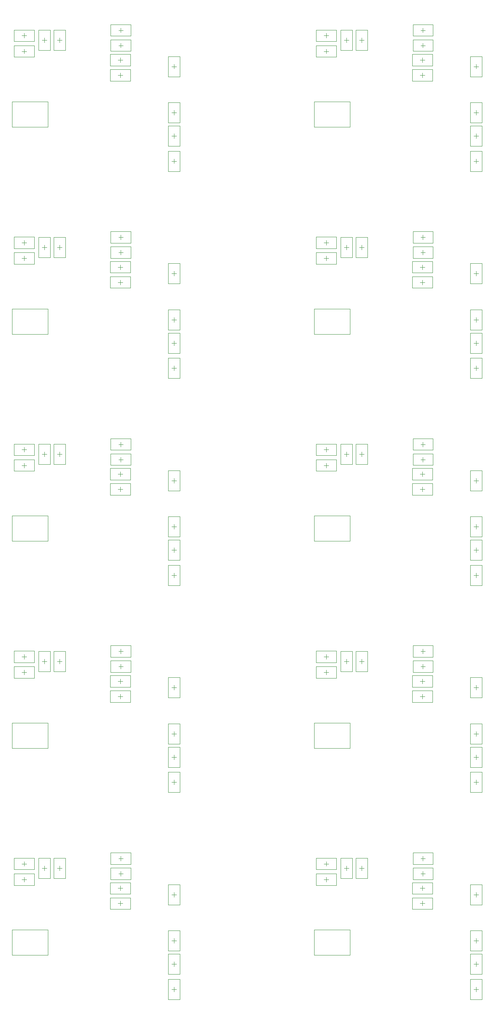
<source format=gbr>
%TF.GenerationSoftware,Altium Limited,Altium Designer,23.9.2 (47)*%
G04 Layer_Color=32768*
%FSLAX45Y45*%
%MOMM*%
%TF.SameCoordinates,AD479AB8-1AF9-481E-9C01-A3E3F564F201*%
%TF.FilePolarity,Positive*%
%TF.FileFunction,Other,Mechanical_15*%
%TF.Part,CustomerPanel*%
G01*
G75*
%TA.AperFunction,NonConductor*%
%ADD54C,0.10000*%
%ADD55C,0.05000*%
D54*
X9906800Y11620500D02*
X10006800D01*
X9956800Y11570500D02*
Y11670500D01*
X10081800Y11400500D02*
Y11840500D01*
X9831800Y11400500D02*
Y11840500D01*
X10081800D01*
X9831800Y11400500D02*
X10081800D01*
X9576600Y11620500D02*
X9676600D01*
X9626600Y11570500D02*
Y11670500D01*
X9751600Y11400500D02*
Y11840500D01*
X9501600Y11400500D02*
Y11840500D01*
X9751600D01*
X9501600Y11400500D02*
X9751600D01*
X9182100Y11670500D02*
Y11770500D01*
X9132100Y11720500D02*
X9232100D01*
X8962100Y11845500D02*
X9402100D01*
X8962100Y11595500D02*
X9402100D01*
X8962100D02*
Y11845500D01*
X9402100Y11595500D02*
Y11845500D01*
X9182100Y11329200D02*
Y11429200D01*
X9132100Y11379200D02*
X9232100D01*
X8962100Y11504200D02*
X9402100D01*
X8962100Y11254200D02*
X9402100D01*
X8962100D02*
Y11504200D01*
X9402100Y11254200D02*
Y11504200D01*
X12396000Y8991600D02*
X12496000D01*
X12446000Y8941600D02*
Y9041600D01*
X12321000Y8771600D02*
Y9211600D01*
X12571000Y8771600D02*
Y9211600D01*
X12321000Y8771600D02*
X12571000D01*
X12321000Y9211600D02*
X12571000D01*
X12396000Y10045700D02*
X12496000D01*
X12446000Y9995700D02*
Y10095700D01*
X12571000Y9825700D02*
Y10265700D01*
X12321000Y9825700D02*
Y10265700D01*
X12571000D01*
X12321000Y9825700D02*
X12571000D01*
X12396000Y11049000D02*
X12496000D01*
X12446000Y10999000D02*
Y11099000D01*
X12321000Y10829000D02*
Y11269000D01*
X12571000Y10829000D02*
Y11269000D01*
X12321000Y10829000D02*
X12571000D01*
X12321000Y11269000D02*
X12571000D01*
X11279200Y10808500D02*
Y10908500D01*
X11229200Y10858500D02*
X11329200D01*
X11059200Y10983500D02*
X11499200D01*
X11059200Y10733500D02*
X11499200D01*
X11059200D02*
Y10983500D01*
X11499200Y10733500D02*
Y10983500D01*
Y11063700D02*
Y11313700D01*
X11059200Y11063700D02*
Y11313700D01*
Y11063700D02*
X11499200D01*
X11059200Y11313700D02*
X11499200D01*
X11229200Y11188700D02*
X11329200D01*
X11279200Y11138700D02*
Y11238700D01*
X11068700Y11381200D02*
Y11631200D01*
X11508700Y11381200D02*
Y11631200D01*
X11068700D02*
X11508700D01*
X11068700Y11381200D02*
X11508700D01*
X11238700Y11506200D02*
X11338700D01*
X11288700Y11456200D02*
Y11556200D01*
X11068700Y11711400D02*
Y11961400D01*
X11508700Y11711400D02*
Y11961400D01*
X11068700D02*
X11508700D01*
X11068700Y11711400D02*
X11508700D01*
X11238700Y11836400D02*
X11338700D01*
X11288700Y11786400D02*
Y11886400D01*
X12396000Y9537700D02*
X12496000D01*
X12446000Y9487700D02*
Y9587700D01*
X12321000Y9317700D02*
Y9757700D01*
X12571000Y9317700D02*
Y9757700D01*
X12321000D02*
X12571000D01*
X12321000Y9317700D02*
X12571000D01*
X16477400Y11620500D02*
X16577400D01*
X16527400Y11570500D02*
Y11670500D01*
X16652400Y11400500D02*
Y11840500D01*
X16402400Y11400500D02*
Y11840500D01*
X16652400D01*
X16402400Y11400500D02*
X16652400D01*
X16147200Y11620500D02*
X16247200D01*
X16197200Y11570500D02*
Y11670500D01*
X16322200Y11400500D02*
Y11840500D01*
X16072200Y11400500D02*
Y11840500D01*
X16322200D01*
X16072200Y11400500D02*
X16322200D01*
X15752699Y11670500D02*
Y11770500D01*
X15702699Y11720500D02*
X15802699D01*
X15532700Y11845500D02*
X15972701D01*
X15532700Y11595500D02*
X15972701D01*
X15532700D02*
Y11845500D01*
X15972701Y11595500D02*
Y11845500D01*
X15752699Y11329200D02*
Y11429200D01*
X15702699Y11379200D02*
X15802699D01*
X15532700Y11504200D02*
X15972701D01*
X15532700Y11254200D02*
X15972701D01*
X15532700D02*
Y11504200D01*
X15972701Y11254200D02*
Y11504200D01*
X18966600Y8991600D02*
X19066600D01*
X19016600Y8941600D02*
Y9041600D01*
X18891600Y8771600D02*
Y9211600D01*
X19141600Y8771600D02*
Y9211600D01*
X18891600Y8771600D02*
X19141600D01*
X18891600Y9211600D02*
X19141600D01*
X18966600Y10045700D02*
X19066600D01*
X19016600Y9995700D02*
Y10095700D01*
X19141600Y9825700D02*
Y10265700D01*
X18891600Y9825700D02*
Y10265700D01*
X19141600D01*
X18891600Y9825700D02*
X19141600D01*
X18966600Y11049000D02*
X19066600D01*
X19016600Y10999000D02*
Y11099000D01*
X18891600Y10829000D02*
Y11269000D01*
X19141600Y10829000D02*
Y11269000D01*
X18891600Y10829000D02*
X19141600D01*
X18891600Y11269000D02*
X19141600D01*
X17849800Y10808500D02*
Y10908500D01*
X17799800Y10858500D02*
X17899800D01*
X17629800Y10983500D02*
X18069800D01*
X17629800Y10733500D02*
X18069800D01*
X17629800D02*
Y10983500D01*
X18069800Y10733500D02*
Y10983500D01*
Y11063700D02*
Y11313700D01*
X17629800Y11063700D02*
Y11313700D01*
Y11063700D02*
X18069800D01*
X17629800Y11313700D02*
X18069800D01*
X17799800Y11188700D02*
X17899800D01*
X17849800Y11138700D02*
Y11238700D01*
X17639301Y11381200D02*
Y11631200D01*
X18079300Y11381200D02*
Y11631200D01*
X17639301D02*
X18079300D01*
X17639301Y11381200D02*
X18079300D01*
X17809300Y11506200D02*
X17909300D01*
X17859300Y11456200D02*
Y11556200D01*
X17639301Y11711400D02*
Y11961400D01*
X18079300Y11711400D02*
Y11961400D01*
X17639301D02*
X18079300D01*
X17639301Y11711400D02*
X18079300D01*
X17809300Y11836400D02*
X17909300D01*
X17859300Y11786400D02*
Y11886400D01*
X18966600Y9537700D02*
X19066600D01*
X19016600Y9487700D02*
Y9587700D01*
X18891600Y9317700D02*
Y9757700D01*
X19141600Y9317700D02*
Y9757700D01*
X18891600D02*
X19141600D01*
X18891600Y9317700D02*
X19141600D01*
X9906800Y16121001D02*
X10006800D01*
X9956800Y16071001D02*
Y16171001D01*
X10081800Y15900999D02*
Y16341000D01*
X9831800Y15900999D02*
Y16341000D01*
X10081800D01*
X9831800Y15900999D02*
X10081800D01*
X9576600Y16121001D02*
X9676600D01*
X9626600Y16071001D02*
Y16171001D01*
X9751600Y15900999D02*
Y16341000D01*
X9501600Y15900999D02*
Y16341000D01*
X9751600D01*
X9501600Y15900999D02*
X9751600D01*
X9182100Y16171001D02*
Y16271001D01*
X9132100Y16221001D02*
X9232100D01*
X8962100Y16346001D02*
X9402100D01*
X8962100Y16096001D02*
X9402100D01*
X8962100D02*
Y16346001D01*
X9402100Y16096001D02*
Y16346001D01*
X9182100Y15829700D02*
Y15929700D01*
X9132100Y15879700D02*
X9232100D01*
X8962100Y16004700D02*
X9402100D01*
X8962100Y15754700D02*
X9402100D01*
X8962100D02*
Y16004700D01*
X9402100Y15754700D02*
Y16004700D01*
X12396000Y13492101D02*
X12496000D01*
X12446000Y13442101D02*
Y13542101D01*
X12321000Y13272099D02*
Y13712100D01*
X12571000Y13272099D02*
Y13712100D01*
X12321000Y13272099D02*
X12571000D01*
X12321000Y13712100D02*
X12571000D01*
X12396000Y14546201D02*
X12496000D01*
X12446000Y14496201D02*
Y14596201D01*
X12571000Y14326199D02*
Y14766200D01*
X12321000Y14326199D02*
Y14766200D01*
X12571000D01*
X12321000Y14326199D02*
X12571000D01*
X12396000Y15549500D02*
X12496000D01*
X12446000Y15499500D02*
Y15599500D01*
X12321000Y15329500D02*
Y15769501D01*
X12571000Y15329500D02*
Y15769501D01*
X12321000Y15329500D02*
X12571000D01*
X12321000Y15769501D02*
X12571000D01*
X11279200Y15309000D02*
Y15409000D01*
X11229200Y15359000D02*
X11329200D01*
X11059200Y15484000D02*
X11499200D01*
X11059200Y15234000D02*
X11499200D01*
X11059200D02*
Y15484000D01*
X11499200Y15234000D02*
Y15484000D01*
Y15564200D02*
Y15814200D01*
X11059200Y15564200D02*
Y15814200D01*
Y15564200D02*
X11499200D01*
X11059200Y15814200D02*
X11499200D01*
X11229200Y15689200D02*
X11329200D01*
X11279200Y15639200D02*
Y15739200D01*
X11068700Y15881700D02*
Y16131700D01*
X11508700Y15881700D02*
Y16131700D01*
X11068700D02*
X11508700D01*
X11068700Y15881700D02*
X11508700D01*
X11238700Y16006700D02*
X11338700D01*
X11288700Y15956700D02*
Y16056700D01*
X11068700Y16211900D02*
Y16461900D01*
X11508700Y16211900D02*
Y16461900D01*
X11068700D02*
X11508700D01*
X11068700Y16211900D02*
X11508700D01*
X11238700Y16336900D02*
X11338700D01*
X11288700Y16286900D02*
Y16386900D01*
X12396000Y14038200D02*
X12496000D01*
X12446000Y13988200D02*
Y14088200D01*
X12321000Y13818201D02*
Y14258200D01*
X12571000Y13818201D02*
Y14258200D01*
X12321000D02*
X12571000D01*
X12321000Y13818201D02*
X12571000D01*
X16477400Y16121001D02*
X16577400D01*
X16527400Y16071001D02*
Y16171001D01*
X16652400Y15900999D02*
Y16341000D01*
X16402400Y15900999D02*
Y16341000D01*
X16652400D01*
X16402400Y15900999D02*
X16652400D01*
X16147200Y16121001D02*
X16247200D01*
X16197200Y16071001D02*
Y16171001D01*
X16322200Y15900999D02*
Y16341000D01*
X16072200Y15900999D02*
Y16341000D01*
X16322200D01*
X16072200Y15900999D02*
X16322200D01*
X15752699Y16171001D02*
Y16271001D01*
X15702699Y16221001D02*
X15802699D01*
X15532700Y16346001D02*
X15972701D01*
X15532700Y16096001D02*
X15972701D01*
X15532700D02*
Y16346001D01*
X15972701Y16096001D02*
Y16346001D01*
X15752699Y15829700D02*
Y15929700D01*
X15702699Y15879700D02*
X15802699D01*
X15532700Y16004700D02*
X15972701D01*
X15532700Y15754700D02*
X15972701D01*
X15532700D02*
Y16004700D01*
X15972701Y15754700D02*
Y16004700D01*
X18966600Y13492101D02*
X19066600D01*
X19016600Y13442101D02*
Y13542101D01*
X18891600Y13272099D02*
Y13712100D01*
X19141600Y13272099D02*
Y13712100D01*
X18891600Y13272099D02*
X19141600D01*
X18891600Y13712100D02*
X19141600D01*
X18966600Y14546201D02*
X19066600D01*
X19016600Y14496201D02*
Y14596201D01*
X19141600Y14326199D02*
Y14766200D01*
X18891600Y14326199D02*
Y14766200D01*
X19141600D01*
X18891600Y14326199D02*
X19141600D01*
X18966600Y15549500D02*
X19066600D01*
X19016600Y15499500D02*
Y15599500D01*
X18891600Y15329500D02*
Y15769501D01*
X19141600Y15329500D02*
Y15769501D01*
X18891600Y15329500D02*
X19141600D01*
X18891600Y15769501D02*
X19141600D01*
X17849800Y15309000D02*
Y15409000D01*
X17799800Y15359000D02*
X17899800D01*
X17629800Y15484000D02*
X18069800D01*
X17629800Y15234000D02*
X18069800D01*
X17629800D02*
Y15484000D01*
X18069800Y15234000D02*
Y15484000D01*
Y15564200D02*
Y15814200D01*
X17629800Y15564200D02*
Y15814200D01*
Y15564200D02*
X18069800D01*
X17629800Y15814200D02*
X18069800D01*
X17799800Y15689200D02*
X17899800D01*
X17849800Y15639200D02*
Y15739200D01*
X17639301Y15881700D02*
Y16131700D01*
X18079300Y15881700D02*
Y16131700D01*
X17639301D02*
X18079300D01*
X17639301Y15881700D02*
X18079300D01*
X17809300Y16006700D02*
X17909300D01*
X17859300Y15956700D02*
Y16056700D01*
X17639301Y16211900D02*
Y16461900D01*
X18079300Y16211900D02*
Y16461900D01*
X17639301D02*
X18079300D01*
X17639301Y16211900D02*
X18079300D01*
X17809300Y16336900D02*
X17909300D01*
X17859300Y16286900D02*
Y16386900D01*
X18966600Y14038200D02*
X19066600D01*
X19016600Y13988200D02*
Y14088200D01*
X18891600Y13818201D02*
Y14258200D01*
X19141600Y13818201D02*
Y14258200D01*
X18891600D02*
X19141600D01*
X18891600Y13818201D02*
X19141600D01*
X9906800Y20621500D02*
X10006800D01*
X9956800Y20571500D02*
Y20671500D01*
X10081800Y20401500D02*
Y20841499D01*
X9831800Y20401500D02*
Y20841499D01*
X10081800D01*
X9831800Y20401500D02*
X10081800D01*
X9576600Y20621500D02*
X9676600D01*
X9626600Y20571500D02*
Y20671500D01*
X9751600Y20401500D02*
Y20841499D01*
X9501600Y20401500D02*
Y20841499D01*
X9751600D01*
X9501600Y20401500D02*
X9751600D01*
X9182100Y20671500D02*
Y20771500D01*
X9132100Y20721500D02*
X9232100D01*
X8962100Y20846500D02*
X9402100D01*
X8962100Y20596500D02*
X9402100D01*
X8962100D02*
Y20846500D01*
X9402100Y20596500D02*
Y20846500D01*
X9182100Y20330200D02*
Y20430200D01*
X9132100Y20380200D02*
X9232100D01*
X8962100Y20505200D02*
X9402100D01*
X8962100Y20255200D02*
X9402100D01*
X8962100D02*
Y20505200D01*
X9402100Y20255200D02*
Y20505200D01*
X12396000Y17992599D02*
X12496000D01*
X12446000Y17942599D02*
Y18042599D01*
X12321000Y17772600D02*
Y18212601D01*
X12571000Y17772600D02*
Y18212601D01*
X12321000Y17772600D02*
X12571000D01*
X12321000Y18212601D02*
X12571000D01*
X12396000Y19046700D02*
X12496000D01*
X12446000Y18996700D02*
Y19096700D01*
X12571000Y18826700D02*
Y19266701D01*
X12321000Y18826700D02*
Y19266701D01*
X12571000D01*
X12321000Y18826700D02*
X12571000D01*
X12396000Y20050000D02*
X12496000D01*
X12446000Y20000000D02*
Y20100000D01*
X12321000Y19830000D02*
Y20270000D01*
X12571000Y19830000D02*
Y20270000D01*
X12321000Y19830000D02*
X12571000D01*
X12321000Y20270000D02*
X12571000D01*
X11279200Y19809500D02*
Y19909500D01*
X11229200Y19859500D02*
X11329200D01*
X11059200Y19984500D02*
X11499200D01*
X11059200Y19734500D02*
X11499200D01*
X11059200D02*
Y19984500D01*
X11499200Y19734500D02*
Y19984500D01*
Y20064700D02*
Y20314700D01*
X11059200Y20064700D02*
Y20314700D01*
Y20064700D02*
X11499200D01*
X11059200Y20314700D02*
X11499200D01*
X11229200Y20189700D02*
X11329200D01*
X11279200Y20139700D02*
Y20239700D01*
X11068700Y20382201D02*
Y20632201D01*
X11508700Y20382201D02*
Y20632201D01*
X11068700D02*
X11508700D01*
X11068700Y20382201D02*
X11508700D01*
X11238700Y20507201D02*
X11338700D01*
X11288700Y20457201D02*
Y20557201D01*
X11068700Y20712399D02*
Y20962399D01*
X11508700Y20712399D02*
Y20962399D01*
X11068700D02*
X11508700D01*
X11068700Y20712399D02*
X11508700D01*
X11238700Y20837399D02*
X11338700D01*
X11288700Y20787399D02*
Y20887399D01*
X12396000Y18538699D02*
X12496000D01*
X12446000Y18488699D02*
Y18588699D01*
X12321000Y18318700D02*
Y18758701D01*
X12571000Y18318700D02*
Y18758701D01*
X12321000D02*
X12571000D01*
X12321000Y18318700D02*
X12571000D01*
X16477400Y20621500D02*
X16577400D01*
X16527400Y20571500D02*
Y20671500D01*
X16652400Y20401500D02*
Y20841499D01*
X16402400Y20401500D02*
Y20841499D01*
X16652400D01*
X16402400Y20401500D02*
X16652400D01*
X16147200Y20621500D02*
X16247200D01*
X16197200Y20571500D02*
Y20671500D01*
X16322200Y20401500D02*
Y20841499D01*
X16072200Y20401500D02*
Y20841499D01*
X16322200D01*
X16072200Y20401500D02*
X16322200D01*
X15752699Y20671500D02*
Y20771500D01*
X15702699Y20721500D02*
X15802699D01*
X15532700Y20846500D02*
X15972701D01*
X15532700Y20596500D02*
X15972701D01*
X15532700D02*
Y20846500D01*
X15972701Y20596500D02*
Y20846500D01*
X15752699Y20330200D02*
Y20430200D01*
X15702699Y20380200D02*
X15802699D01*
X15532700Y20505200D02*
X15972701D01*
X15532700Y20255200D02*
X15972701D01*
X15532700D02*
Y20505200D01*
X15972701Y20255200D02*
Y20505200D01*
X18966600Y17992599D02*
X19066600D01*
X19016600Y17942599D02*
Y18042599D01*
X18891600Y17772600D02*
Y18212601D01*
X19141600Y17772600D02*
Y18212601D01*
X18891600Y17772600D02*
X19141600D01*
X18891600Y18212601D02*
X19141600D01*
X18966600Y19046700D02*
X19066600D01*
X19016600Y18996700D02*
Y19096700D01*
X19141600Y18826700D02*
Y19266701D01*
X18891600Y18826700D02*
Y19266701D01*
X19141600D01*
X18891600Y18826700D02*
X19141600D01*
X18966600Y20050000D02*
X19066600D01*
X19016600Y20000000D02*
Y20100000D01*
X18891600Y19830000D02*
Y20270000D01*
X19141600Y19830000D02*
Y20270000D01*
X18891600Y19830000D02*
X19141600D01*
X18891600Y20270000D02*
X19141600D01*
X17849800Y19809500D02*
Y19909500D01*
X17799800Y19859500D02*
X17899800D01*
X17629800Y19984500D02*
X18069800D01*
X17629800Y19734500D02*
X18069800D01*
X17629800D02*
Y19984500D01*
X18069800Y19734500D02*
Y19984500D01*
Y20064700D02*
Y20314700D01*
X17629800Y20064700D02*
Y20314700D01*
Y20064700D02*
X18069800D01*
X17629800Y20314700D02*
X18069800D01*
X17799800Y20189700D02*
X17899800D01*
X17849800Y20139700D02*
Y20239700D01*
X17639301Y20382201D02*
Y20632201D01*
X18079300Y20382201D02*
Y20632201D01*
X17639301D02*
X18079300D01*
X17639301Y20382201D02*
X18079300D01*
X17809300Y20507201D02*
X17909300D01*
X17859300Y20457201D02*
Y20557201D01*
X17639301Y20712399D02*
Y20962399D01*
X18079300Y20712399D02*
Y20962399D01*
X17639301D02*
X18079300D01*
X17639301Y20712399D02*
X18079300D01*
X17809300Y20837399D02*
X17909300D01*
X17859300Y20787399D02*
Y20887399D01*
X18966600Y18538699D02*
X19066600D01*
X19016600Y18488699D02*
Y18588699D01*
X18891600Y18318700D02*
Y18758701D01*
X19141600Y18318700D02*
Y18758701D01*
X18891600D02*
X19141600D01*
X18891600Y18318700D02*
X19141600D01*
X9906800Y25122000D02*
X10006800D01*
X9956800Y25072000D02*
Y25172000D01*
X10081800Y24902000D02*
Y25342000D01*
X9831800Y24902000D02*
Y25342000D01*
X10081800D01*
X9831800Y24902000D02*
X10081800D01*
X9576600Y25122000D02*
X9676600D01*
X9626600Y25072000D02*
Y25172000D01*
X9751600Y24902000D02*
Y25342000D01*
X9501600Y24902000D02*
Y25342000D01*
X9751600D01*
X9501600Y24902000D02*
X9751600D01*
X9182100Y25172000D02*
Y25272000D01*
X9132100Y25222000D02*
X9232100D01*
X8962100Y25347000D02*
X9402100D01*
X8962100Y25097000D02*
X9402100D01*
X8962100D02*
Y25347000D01*
X9402100Y25097000D02*
Y25347000D01*
X9182100Y24830701D02*
Y24930701D01*
X9132100Y24880701D02*
X9232100D01*
X8962100Y25005701D02*
X9402100D01*
X8962100Y24755701D02*
X9402100D01*
X8962100D02*
Y25005701D01*
X9402100Y24755701D02*
Y25005701D01*
X12396000Y22493100D02*
X12496000D01*
X12446000Y22443100D02*
Y22543100D01*
X12321000Y22273100D02*
Y22713100D01*
X12571000Y22273100D02*
Y22713100D01*
X12321000Y22273100D02*
X12571000D01*
X12321000Y22713100D02*
X12571000D01*
X12396000Y23547200D02*
X12496000D01*
X12446000Y23497200D02*
Y23597200D01*
X12571000Y23327200D02*
Y23767200D01*
X12321000Y23327200D02*
Y23767200D01*
X12571000D01*
X12321000Y23327200D02*
X12571000D01*
X12396000Y24550500D02*
X12496000D01*
X12446000Y24500500D02*
Y24600500D01*
X12321000Y24330499D02*
Y24770500D01*
X12571000Y24330499D02*
Y24770500D01*
X12321000Y24330499D02*
X12571000D01*
X12321000Y24770500D02*
X12571000D01*
X11279200Y24310001D02*
Y24410001D01*
X11229200Y24360001D02*
X11329200D01*
X11059200Y24485001D02*
X11499200D01*
X11059200Y24235001D02*
X11499200D01*
X11059200D02*
Y24485001D01*
X11499200Y24235001D02*
Y24485001D01*
Y24565199D02*
Y24815199D01*
X11059200Y24565199D02*
Y24815199D01*
Y24565199D02*
X11499200D01*
X11059200Y24815199D02*
X11499200D01*
X11229200Y24690199D02*
X11329200D01*
X11279200Y24640199D02*
Y24740199D01*
X11068700Y24882700D02*
Y25132700D01*
X11508700Y24882700D02*
Y25132700D01*
X11068700D02*
X11508700D01*
X11068700Y24882700D02*
X11508700D01*
X11238700Y25007700D02*
X11338700D01*
X11288700Y24957700D02*
Y25057700D01*
X11068700Y25212900D02*
Y25462900D01*
X11508700Y25212900D02*
Y25462900D01*
X11068700D02*
X11508700D01*
X11068700Y25212900D02*
X11508700D01*
X11238700Y25337900D02*
X11338700D01*
X11288700Y25287900D02*
Y25387900D01*
X12396000Y23039200D02*
X12496000D01*
X12446000Y22989200D02*
Y23089200D01*
X12321000Y22819200D02*
Y23259200D01*
X12571000Y22819200D02*
Y23259200D01*
X12321000D02*
X12571000D01*
X12321000Y22819200D02*
X12571000D01*
X16477400Y25122000D02*
X16577400D01*
X16527400Y25072000D02*
Y25172000D01*
X16652400Y24902000D02*
Y25342000D01*
X16402400Y24902000D02*
Y25342000D01*
X16652400D01*
X16402400Y24902000D02*
X16652400D01*
X16147200Y25122000D02*
X16247200D01*
X16197200Y25072000D02*
Y25172000D01*
X16322200Y24902000D02*
Y25342000D01*
X16072200Y24902000D02*
Y25342000D01*
X16322200D01*
X16072200Y24902000D02*
X16322200D01*
X15752699Y25172000D02*
Y25272000D01*
X15702699Y25222000D02*
X15802699D01*
X15532700Y25347000D02*
X15972701D01*
X15532700Y25097000D02*
X15972701D01*
X15532700D02*
Y25347000D01*
X15972701Y25097000D02*
Y25347000D01*
X15752699Y24830701D02*
Y24930701D01*
X15702699Y24880701D02*
X15802699D01*
X15532700Y25005701D02*
X15972701D01*
X15532700Y24755701D02*
X15972701D01*
X15532700D02*
Y25005701D01*
X15972701Y24755701D02*
Y25005701D01*
X18966600Y22493100D02*
X19066600D01*
X19016600Y22443100D02*
Y22543100D01*
X18891600Y22273100D02*
Y22713100D01*
X19141600Y22273100D02*
Y22713100D01*
X18891600Y22273100D02*
X19141600D01*
X18891600Y22713100D02*
X19141600D01*
X18966600Y23547200D02*
X19066600D01*
X19016600Y23497200D02*
Y23597200D01*
X19141600Y23327200D02*
Y23767200D01*
X18891600Y23327200D02*
Y23767200D01*
X19141600D01*
X18891600Y23327200D02*
X19141600D01*
X18966600Y24550500D02*
X19066600D01*
X19016600Y24500500D02*
Y24600500D01*
X18891600Y24330499D02*
Y24770500D01*
X19141600Y24330499D02*
Y24770500D01*
X18891600Y24330499D02*
X19141600D01*
X18891600Y24770500D02*
X19141600D01*
X17849800Y24310001D02*
Y24410001D01*
X17799800Y24360001D02*
X17899800D01*
X17629800Y24485001D02*
X18069800D01*
X17629800Y24235001D02*
X18069800D01*
X17629800D02*
Y24485001D01*
X18069800Y24235001D02*
Y24485001D01*
Y24565199D02*
Y24815199D01*
X17629800Y24565199D02*
Y24815199D01*
Y24565199D02*
X18069800D01*
X17629800Y24815199D02*
X18069800D01*
X17799800Y24690199D02*
X17899800D01*
X17849800Y24640199D02*
Y24740199D01*
X17639301Y24882700D02*
Y25132700D01*
X18079300Y24882700D02*
Y25132700D01*
X17639301D02*
X18079300D01*
X17639301Y24882700D02*
X18079300D01*
X17809300Y25007700D02*
X17909300D01*
X17859300Y24957700D02*
Y25057700D01*
X17639301Y25212900D02*
Y25462900D01*
X18079300Y25212900D02*
Y25462900D01*
X17639301D02*
X18079300D01*
X17639301Y25212900D02*
X18079300D01*
X17809300Y25337900D02*
X17909300D01*
X17859300Y25287900D02*
Y25387900D01*
X18966600Y23039200D02*
X19066600D01*
X19016600Y22989200D02*
Y23089200D01*
X18891600Y22819200D02*
Y23259200D01*
X19141600Y22819200D02*
Y23259200D01*
X18891600D02*
X19141600D01*
X18891600Y22819200D02*
X19141600D01*
X9906800Y29622501D02*
X10006800D01*
X9956800Y29572501D02*
Y29672501D01*
X10081800Y29402499D02*
Y29842499D01*
X9831800Y29402499D02*
Y29842499D01*
X10081800D01*
X9831800Y29402499D02*
X10081800D01*
X9576600Y29622501D02*
X9676600D01*
X9626600Y29572501D02*
Y29672501D01*
X9751600Y29402499D02*
Y29842499D01*
X9501600Y29402499D02*
Y29842499D01*
X9751600D01*
X9501600Y29402499D02*
X9751600D01*
X9182100Y29672501D02*
Y29772501D01*
X9132100Y29722501D02*
X9232100D01*
X8962100Y29847501D02*
X9402100D01*
X8962100Y29597501D02*
X9402100D01*
X8962100D02*
Y29847501D01*
X9402100Y29597501D02*
Y29847501D01*
X9182100Y29331201D02*
Y29431201D01*
X9132100Y29381201D02*
X9232100D01*
X8962100Y29506201D02*
X9402100D01*
X8962100Y29256201D02*
X9402100D01*
X8962100D02*
Y29506201D01*
X9402100Y29256201D02*
Y29506201D01*
X12396000Y26993600D02*
X12496000D01*
X12446000Y26943600D02*
Y27043600D01*
X12321000Y26773599D02*
Y27213599D01*
X12571000Y26773599D02*
Y27213599D01*
X12321000Y26773599D02*
X12571000D01*
X12321000Y27213599D02*
X12571000D01*
X12396000Y28047699D02*
X12496000D01*
X12446000Y27997699D02*
Y28097699D01*
X12571000Y27827701D02*
Y28267700D01*
X12321000Y27827701D02*
Y28267700D01*
X12571000D01*
X12321000Y27827701D02*
X12571000D01*
X12396000Y29051001D02*
X12496000D01*
X12446000Y29001001D02*
Y29101001D01*
X12321000Y28831000D02*
Y29270999D01*
X12571000Y28831000D02*
Y29270999D01*
X12321000Y28831000D02*
X12571000D01*
X12321000Y29270999D02*
X12571000D01*
X11279200Y28810501D02*
Y28910501D01*
X11229200Y28860501D02*
X11329200D01*
X11059200Y28985501D02*
X11499200D01*
X11059200Y28735501D02*
X11499200D01*
X11059200D02*
Y28985501D01*
X11499200Y28735501D02*
Y28985501D01*
Y29065701D02*
Y29315701D01*
X11059200Y29065701D02*
Y29315701D01*
Y29065701D02*
X11499200D01*
X11059200Y29315701D02*
X11499200D01*
X11229200Y29190701D02*
X11329200D01*
X11279200Y29140701D02*
Y29240701D01*
X11068700Y29383200D02*
Y29633200D01*
X11508700Y29383200D02*
Y29633200D01*
X11068700D02*
X11508700D01*
X11068700Y29383200D02*
X11508700D01*
X11238700Y29508200D02*
X11338700D01*
X11288700Y29458200D02*
Y29558200D01*
X11068700Y29713400D02*
Y29963400D01*
X11508700Y29713400D02*
Y29963400D01*
X11068700D02*
X11508700D01*
X11068700Y29713400D02*
X11508700D01*
X11238700Y29838400D02*
X11338700D01*
X11288700Y29788400D02*
Y29888400D01*
X12396000Y27539700D02*
X12496000D01*
X12446000Y27489700D02*
Y27589700D01*
X12321000Y27319699D02*
Y27759698D01*
X12571000Y27319699D02*
Y27759698D01*
X12321000D02*
X12571000D01*
X12321000Y27319699D02*
X12571000D01*
X16477400Y29622501D02*
X16577400D01*
X16527400Y29572501D02*
Y29672501D01*
X16652400Y29402499D02*
Y29842499D01*
X16402400Y29402499D02*
Y29842499D01*
X16652400D01*
X16402400Y29402499D02*
X16652400D01*
X16147200Y29622501D02*
X16247200D01*
X16197200Y29572501D02*
Y29672501D01*
X16322200Y29402499D02*
Y29842499D01*
X16072200Y29402499D02*
Y29842499D01*
X16322200D01*
X16072200Y29402499D02*
X16322200D01*
X15752699Y29672501D02*
Y29772501D01*
X15702699Y29722501D02*
X15802699D01*
X15532700Y29847501D02*
X15972701D01*
X15532700Y29597501D02*
X15972701D01*
X15532700D02*
Y29847501D01*
X15972701Y29597501D02*
Y29847501D01*
X15752699Y29331201D02*
Y29431201D01*
X15702699Y29381201D02*
X15802699D01*
X15532700Y29506201D02*
X15972701D01*
X15532700Y29256201D02*
X15972701D01*
X15532700D02*
Y29506201D01*
X15972701Y29256201D02*
Y29506201D01*
X18966600Y26993600D02*
X19066600D01*
X19016600Y26943600D02*
Y27043600D01*
X18891600Y26773599D02*
Y27213599D01*
X19141600Y26773599D02*
Y27213599D01*
X18891600Y26773599D02*
X19141600D01*
X18891600Y27213599D02*
X19141600D01*
X18966600Y28047699D02*
X19066600D01*
X19016600Y27997699D02*
Y28097699D01*
X19141600Y27827701D02*
Y28267700D01*
X18891600Y27827701D02*
Y28267700D01*
X19141600D01*
X18891600Y27827701D02*
X19141600D01*
X18966600Y29051001D02*
X19066600D01*
X19016600Y29001001D02*
Y29101001D01*
X18891600Y28831000D02*
Y29270999D01*
X19141600Y28831000D02*
Y29270999D01*
X18891600Y28831000D02*
X19141600D01*
X18891600Y29270999D02*
X19141600D01*
X17849800Y28810501D02*
Y28910501D01*
X17799800Y28860501D02*
X17899800D01*
X17629800Y28985501D02*
X18069800D01*
X17629800Y28735501D02*
X18069800D01*
X17629800D02*
Y28985501D01*
X18069800Y28735501D02*
Y28985501D01*
Y29065701D02*
Y29315701D01*
X17629800Y29065701D02*
Y29315701D01*
Y29065701D02*
X18069800D01*
X17629800Y29315701D02*
X18069800D01*
X17799800Y29190701D02*
X17899800D01*
X17849800Y29140701D02*
Y29240701D01*
X17639301Y29383200D02*
Y29633200D01*
X18079300Y29383200D02*
Y29633200D01*
X17639301D02*
X18079300D01*
X17639301Y29383200D02*
X18079300D01*
X17809300Y29508200D02*
X17909300D01*
X17859300Y29458200D02*
Y29558200D01*
X17639301Y29713400D02*
Y29963400D01*
X18079300Y29713400D02*
Y29963400D01*
X17639301D02*
X18079300D01*
X17639301Y29713400D02*
X18079300D01*
X17809300Y29838400D02*
X17909300D01*
X17859300Y29788400D02*
Y29888400D01*
X18966600Y27539700D02*
X19066600D01*
X19016600Y27489700D02*
Y27589700D01*
X18891600Y27319699D02*
Y27759698D01*
X19141600Y27319699D02*
Y27759698D01*
X18891600D02*
X19141600D01*
X18891600Y27319699D02*
X19141600D01*
D55*
X8918600Y9732600D02*
Y10282600D01*
X9699600Y9732600D02*
Y10282600D01*
X8918600D02*
X9699600D01*
X8918600Y9732600D02*
X9699600D01*
X15489200D02*
Y10282600D01*
X16270200Y9732600D02*
Y10282600D01*
X15489200D02*
X16270200D01*
X15489200Y9732600D02*
X16270200D01*
X8918600Y14233099D02*
Y14783099D01*
X9699600Y14233099D02*
Y14783099D01*
X8918600D02*
X9699600D01*
X8918600Y14233099D02*
X9699600D01*
X15489200D02*
Y14783099D01*
X16270200Y14233099D02*
Y14783099D01*
X15489200D02*
X16270200D01*
X15489200Y14233099D02*
X16270200D01*
X8918600Y18733600D02*
Y19283600D01*
X9699600Y18733600D02*
Y19283600D01*
X8918600D02*
X9699600D01*
X8918600Y18733600D02*
X9699600D01*
X15489200D02*
Y19283600D01*
X16270200Y18733600D02*
Y19283600D01*
X15489200D02*
X16270200D01*
X15489200Y18733600D02*
X16270200D01*
X8918600Y23234100D02*
Y23784100D01*
X9699600Y23234100D02*
Y23784100D01*
X8918600D02*
X9699600D01*
X8918600Y23234100D02*
X9699600D01*
X15489200D02*
Y23784100D01*
X16270200Y23234100D02*
Y23784100D01*
X15489200D02*
X16270200D01*
X15489200Y23234100D02*
X16270200D01*
X8918600Y27734601D02*
Y28284601D01*
X9699600Y27734601D02*
Y28284601D01*
X8918600D02*
X9699600D01*
X8918600Y27734601D02*
X9699600D01*
X15489200D02*
Y28284601D01*
X16270200Y27734601D02*
Y28284601D01*
X15489200D02*
X16270200D01*
X15489200Y27734601D02*
X16270200D01*
%TF.MD5,7548109aaedfd4b593996c3985105c0b*%
M02*

</source>
